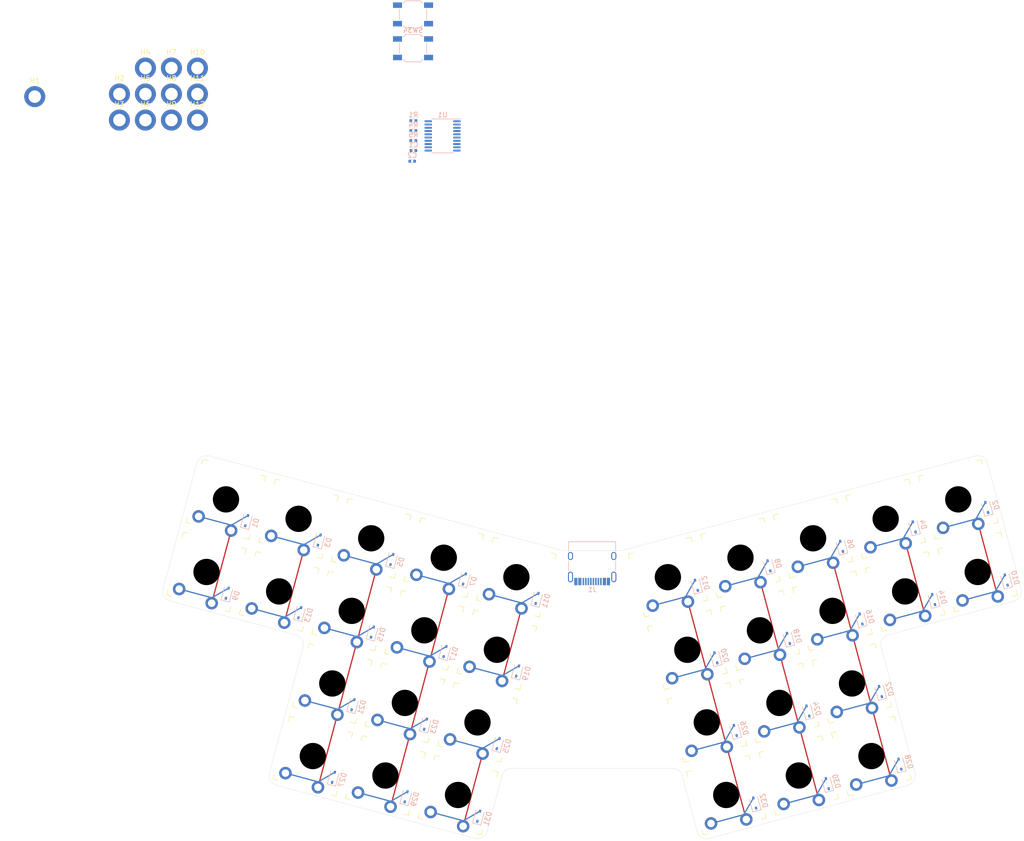
<source format=kicad_pcb>
(kicad_pcb (version 20221018) (generator pcbnew)
  (layers (0 "F.Cu" signal) (31 "B.Cu" signal) (34 "B.Paste" user) (35 "F.Paste" user) (36 "B.SilkS" user "B.Silkscreen") (37 "F.SilkS" user "F.Silkscreen") (38 "B.Mask" user) (39 "F.Mask" user) (44 "Edge.Cuts" user))
  (net 0 "")
  (net 1 "VBUS")
  (net 2 "GND")
  (net 3 "+3.3V")
  (net 4 "row1")
  (net 5 "Net-(D1-A)")
  (net 6 "Net-(D2-A)")
  (net 7 "Net-(D3-A)")
  (net 8 "Net-(D4-A)")
  (net 9 "Net-(D5-A)")
  (net 10 "Net-(D6-A)")
  (net 11 "Net-(D7-A)")
  (net 12 "Net-(D8-A)")
  (net 13 "row2")
  (net 14 "Net-(D9-A)")
  (net 15 "Net-(D10-A)")
  (net 16 "Net-(D11-A)")
  (net 17 "Net-(D12-A)")
  (net 18 "Net-(D13-A)")
  (net 19 "Net-(D14-A)")
  (net 20 "Net-(D15-A)")
  (net 21 "Net-(D16-A)")
  (net 22 "Net-(D17-A)")
  (net 23 "Net-(D18-A)")
  (net 24 "Net-(D19-A)")
  (net 25 "Net-(D20-A)")
  (net 26 "row3")
  (net 27 "Net-(D21-A)")
  (net 28 "Net-(D22-A)")
  (net 29 "Net-(D23-A)")
  (net 30 "Net-(D24-A)")
  (net 31 "Net-(D25-A)")
  (net 32 "Net-(D26-A)")
  (net 33 "row4")
  (net 34 "Net-(D27-A)")
  (net 35 "Net-(D28-A)")
  (net 36 "Net-(D29-A)")
  (net 37 "Net-(D30-A)")
  (net 38 "Net-(D31-A)")
  (net 39 "Net-(D32-A)")
  (net 40 "CC1")
  (net 41 "UDP")
  (net 42 "UDM")
  (net 44 "CC2")
  (net 46 "BOOT")
  (net 47 "col1")
  (net 48 "col10")
  (net 49 "col2")
  (net 50 "col9")
  (net 51 "col3")
  (net 52 "col8")
  (net 53 "col4")
  (net 54 "col7")
  (net 55 "col5")
  (net 56 "col6")
  (net 57 "RST")
  (footprint "userlib:SMTSO-M1.6" (layer "F.Cu") (at 66.37 -29.5)
    (fp_text reference "H11")
    (fp_text value "MountingHole_Pad")
  )
  (footprint "userlib:SW_Gateron_LowProfile_THT" (layer "F.Cu") (at 93.282815 88.1316 -15)
    (fp_text reference "SW21" hide)
    (fp_text value "SW_Push" hide)
  )
  (footprint "userlib:SMTSO-M1.6" (layer "F.Cu") (at 55.99 -34.69)
    (fp_text reference "H4")
    (fp_text value "MountingHole_Pad")
  )
  (footprint "userlib:SW_Gateron_LowProfile_THT" (layer "F.Cu") (at 68.187326 65.878141 -15)
    (fp_text reference "SW9" hide)
    (fp_text value "SW_Push" hide)
  )
  (footprint "userlib:SW_Gateron_LowProfile_THT" (layer "F.Cu") (at 200.885221 102.620487 15)
    (fp_text reference "SW28" hide)
    (fp_text value "SW_Push" hide)
  )
  (footprint "userlib:SW_Gateron_LowProfile_THT" (layer "F.Cu") (at 168.025161 95.896171 15)
    (fp_text reference "SW26" hide)
    (fp_text value "SW_Push" hide)
  )
  (footprint "userlib:SMTSO-M1.6" (layer "F.Cu") (at 61.18 -24.31)
    (fp_text reference "H9")
    (fp_text value "MountingHole_Pad")
  )
  (footprint "userlib:SMTSO-M1.6" (layer "F.Cu") (at 61.18 -29.5)
    (fp_text reference "H8")
    (fp_text value "MountingHole_Pad")
  )
  (footprint "userlib:SW_Gateron_LowProfile_THT" (layer "F.Cu") (at 182.514048 92.013885 15)
    (fp_text reference "SW24" hide)
    (fp_text value "SW_Push" hide)
  )
  (footprint "userlib:SW_Gateron_LowProfile_THT" (layer "F.Cu") (at 89.400529 102.620487 -15)
    (fp_text reference "SW27" hide)
    (fp_text value "SW_Push" hide)
  )
  (footprint "userlib:SW_Gateron_LowProfile_THT" (layer "F.Cu") (at 222.098425 65.878141 15)
    (fp_text reference "SW10" hide)
    (fp_text value "SW_Push" hide)
  )
  (footprint "userlib:SW_Gateron_LowProfile_THT" (layer "F.Cu") (at 101.047386 59.153825 -15)
    (fp_text reference "SW5" hide)
    (fp_text value "SW_Push" hide)
  )
  (footprint "userlib:SW_Gateron_LowProfile_THT" (layer "F.Cu") (at 171.907446 110.385058 15)
    (fp_text reference "SW32" hide)
    (fp_text value "SW_Push" hide)
  )
  (footprint "userlib:SMTSO-M1.6" (layer "F.Cu") (at 50.8 -24.31)
    (fp_text reference "H3")
    (fp_text value "MountingHole_Pad")
  )
  (footprint "userlib:SW_Gateron_LowProfile_THT" (layer "F.Cu") (at 122.260589 95.896171 -15)
    (fp_text reference "SW25" hide)
    (fp_text value "SW_Push" hide)
  )
  (footprint "userlib:SMTSO-M1.6" (layer "F.Cu") (at 66.37 -34.69)
    (fp_text reference "H10")
    (fp_text value "MountingHole_Pad")
  )
  (footprint "userlib:SW_Gateron_LowProfile_THT" (layer "F.Cu") (at 126.142875 81.407284 -15)
    (fp_text reference "SW19" hide)
    (fp_text value "SW_Push" hide)
  )
  (footprint "userlib:SW_Gateron_LowProfile_THT" (layer "F.Cu") (at 82.676213 69.760427 -15)
    (fp_text reference "SW13" hide)
    (fp_text value "SW_Push" hide)
  )
  (footprint "userlib:SW_Gateron_LowProfile_THT" (layer "F.Cu") (at 193.12065 73.642712 15)
    (fp_text reference "SW16" hide)
    (fp_text value "SW_Push" hide)
  )
  (footprint "userlib:SW_Gateron_LowProfile_THT" (layer "F.Cu") (at 86.558499 55.271539 -15)
    (fp_text reference "SW3" hide)
    (fp_text value "SW_Push" hide)
  )
  (footprint "userlib:SW_Gateron_LowProfile_THT" (layer "F.Cu") (at 107.771702 92.013885 -15)
    (fp_text reference "SW23" hide)
    (fp_text value "SW_Push" hide)
  )
  (footprint "userlib:SMTSO-M1.6" (layer "F.Cu") (at 50.8 -29.5)
    (fp_text reference "H2")
    (fp_text value "MountingHole_Pad")
  )
  (footprint "userlib:SMTSO-M1.6" (layer "F.Cu") (at 33.9 -28.99)
    (fp_text reference "H1")
    (fp_text value "MountingHole_Pad")
  )
  (footprint "userlib:SW_Gateron_LowProfile_THT" (layer "F.Cu") (at 189.238364 59.153825 15)
    (fp_text reference "SW6" hide)
    (fp_text value "SW_Push" hide)
  )
  (footprint "userlib:SW_Gateron_LowProfile_THT" (layer "F.Cu") (at 118.378304 110.385058 -15)
    (fp_text reference "SW31" hide)
    (fp_text value "SW_Push" hide)
  )
  (footprint "userlib:SW_Gateron_LowProfile_THT" (layer "F.Cu") (at 115.536273 63.036111 -15)
    (fp_text reference "SW7" hide)
    (fp_text value "SW_Push" hide)
  )
  (footprint "userlib:SMTSO-M1.6" (layer "F.Cu") (at 55.99 -24.31)
    (fp_text reference "H6")
    (fp_text value "MountingHole_Pad")
  )
  (footprint "userlib:SW_Gateron_LowProfile_THT" (layer "F.Cu") (at 130.025161 66.918396 -15)
    (fp_text reference "SW11" hide)
    (fp_text value "SW_Push" hide)
  )
  (footprint "userlib:SW_Gateron_LowProfile_THT" (layer "F.Cu") (at 97.1651 73.642712 -15)
    (fp_text reference "SW15" hide)
    (fp_text value "SW_Push" hide)
  )
  (footprint "userlib:SMTSO-M1.6" (layer "F.Cu") (at 55.99 -29.5)
    (fp_text reference "H5")
    (fp_text value "MountingHole_Pad")
  )
  (footprint "userlib:SMTSO-M1.6" (layer "F.Cu") (at 66.37 -24.31)
    (fp_text reference "H12")
    (fp_text value "MountingHole_Pad")
  )
  (footprint "userlib:SW_Gateron_LowProfile_THT" (layer "F.Cu") (at 160.260589 66.918396 15)
    (fp_text reference "SW12" hide)
    (fp_text value "SW_Push" hide)
  )
  (footprint "userlib:SMTSO-M1.6" (layer "F.Cu") (at 61.18 -34.69)
    (fp_text reference "H7")
    (fp_text value "MountingHole_Pad")
  )
  (footprint "userlib:SW_Gateron_LowProfile_THT" (layer "F.Cu") (at 197.002935 88.1316 15)
    (fp_text reference "SW22" hide)
    (fp_text value "SW_Push" hide)
  )
  (footprint "userlib:SW_Gateron_LowProfile_THT" (layer "F.Cu") (at 164.142875 81.407284 15)
    (fp_text reference "SW20" hide)
    (fp_text value "SW_Push" hide)
  )
  (footprint "userlib:SW_Gateron_LowProfile_THT" (layer "F.Cu") (at 207.609537 69.760427 15)
    (fp_text reference "SW14" hide)
    (fp_text value "SW_Push" hide)
  )
  (footprint "userlib:SW_Gateron_LowProfile_THT" (layer "F.Cu") (at 186.396334 106.502773 15)
    (fp_text reference "SW30" hide)
    (fp_text value "SW_Push" hide)
  )
  (footprint "userlib:SW_Gateron_LowProfile_THT" (layer "F.Cu") (at 72.069611 51.389254 -15)
    (fp_text reference "SW1" hide)
    (fp_text value "SW_Push" hide)
  )
  (footprint "userlib:SW_Gateron_LowProfile_THT" (layer "F.Cu") (at 178.631762 77.524998 15)
    (fp_text reference "SW18" hide)
    (fp_text value "SW_Push" hide)
  )
  (footprint "userlib:SW_Gateron_LowProfile_THT" (layer "F.Cu") (at 203.727252 55.271539 15)
    (fp_text reference "SW4" hide)
    (fp_text value "SW_Push" hide)
  )
  (footprint "userlib:SW_Gateron_LowProfile_THT" (layer "F.Cu") (at 218.216139 51.389254 15)
    (fp_text reference "SW2" hide)
    (fp_text value "SW_Push" hide)
  )
  (footprint "userlib:SW_Gateron_LowProfile_THT" (layer "F.Cu") (at 111.653988 77.524998 -15)
    (fp_text reference "SW17" hide)
    (fp_text value "SW_Push" hide)
  )
  (footprint "userlib:SW_Gateron_LowProfile_THT" (layer "F.Cu") (at 103.889416 106.502773 -15)
    (fp_text reference "SW29" hide)
    (fp_text value "SW_Push" hide)
  )
  (footprint "userlib:SW_Gateron_LowProfile_THT" (layer "F.Cu") (at 174.749477 63.036111 15)
    (fp_text reference "SW8" hide)
    (fp_text value "SW_Push" hide)
  )
  (footprint "Diode_SMD:D_SOD-323" (layer "B.Cu") (at 184.322886 79.136952 105)
    (fp_text reference "D18")
    (fp_text value "D_Small")
  )
  (footprint "Capacitor_SMD:C_0402_1005Metric" (layer "B.Cu") (at 109.23 -16.1 180)
    (fp_text reference "C2")
    (fp_text value "100nF")
  )
  (footprint "Diode_SMD:D_SOD-323" (layer "B.Cu") (at 198.811774 75.254666 105)
    (fp_text reference "D16")
    (fp_text value "D_Small")
  )
  (footprint "Diode_SMD:D_SOD-323" (layer "B.Cu") (at 134.147842 71.159952 75)
    (fp_text reference "D11")
    (fp_text value "D_Small")
  )
  (footprint "Diode_SMD:D_SOD-323" (layer "B.Cu") (at 209.418376 56.883493 105)
    (fp_text reference "D4")
    (fp_text value "D_Small")
  )
  (footprint "Connector_USB:USB_C_Receptacle_HRO_TYPE-C-31-M-12" (layer "B.Cu") (at 145.143 63.74)
    (fp_text reference "J1")
    (fp_text value "USB_C_Receptacle_USB2.0")
  )
  (footprint "Button_Switch_SMD:SW_SPST_SKQG_WithStem" (layer "B.Cu") (at 109.4 -45.4 180)
    (fp_text reference "SW33" hide)
    (fp_text value "BOOT")
  )
  (footprint "Package_SO:TSSOP-20_4.4x6.5mm_P0.65mm" (layer "B.Cu") (at 115.29 -21.15 180)
    (fp_text reference "U1")
    (fp_text value "CH552T")
  )
  (footprint "Diode_SMD:D_SOD-323" (layer "B.Cu") (at 93.52321 106.862043 75)
    (fp_text reference "D27")
    (fp_text value "D_Small")
  )
  (footprint "Diode_SMD:D_SOD-323" (layer "B.Cu") (at 115.776669 81.766554 75)
    (fp_text reference "D17")
    (fp_text value "D_Small")
  )
  (footprint "Diode_SMD:D_SOD-323" (layer "B.Cu") (at 72.310007 70.119697 75)
    (fp_text reference "D9")
    (fp_text value "D_Small")
  )
  (footprint "Diode_SMD:D_SOD-323" (layer "B.Cu") (at 173.716285 97.508125 105)
    (fp_text reference "D26")
    (fp_text value "D_Small")
  )
  (footprint "Button_Switch_SMD:SW_SPST_SKQG_WithStem" (layer "B.Cu") (at 109.4 -38.65 180)
    (fp_text reference "SW34")
    (fp_text value "RESET")
  )
  (footprint "Resistor_SMD:R_0402_1005Metric" (layer "B.Cu") (at 109.46 -22.19 180)
    (fp_text reference "R4")
    (fp_text value "5.1k")
  )
  (footprint "Diode_SMD:D_SOD-323" (layer "B.Cu") (at 122.500985 114.626614 75)
    (fp_text reference "D31")
    (fp_text value "D_Small")
  )
  (footprint "Diode_SMD:D_SOD-323" (layer "B.Cu") (at 194.929488 60.765779 105)
    (fp_text reference "D6")
    (fp_text value "D_Small")
  )
  (footprint "Diode_SMD:D_SOD-323" (layer "B.Cu") (at 165.951713 68.53035 105)
    (fp_text reference "D12")
    (fp_text value "D_Small")
  )
  (footprint "Diode_SMD:D_SOD-323" (layer "B.Cu") (at 177.59857 111.997012 105)
    (fp_text reference "D32")
    (fp_text value "D_Small")
  )
  (footprint "Resistor_SMD:R_0402_1005Metric" (layer "B.Cu") (at 109.46 -20.2 180)
    (fp_text reference "R5")
    (fp_text value "5.1k")
  )
  (footprint "Diode_SMD:D_SOD-323" (layer "B.Cu") (at 202.694059 89.743554 105)
    (fp_text reference "D22")
    (fp_text value "D_Small")
  )
  (footprint "Resistor_SMD:R_0402_1005Metric" (layer "B.Cu") (at 109.46 -24.18 180)
    (fp_text reference "R1")
    (fp_text value "10k")
  )
  (footprint "Diode_SMD:D_SOD-323" (layer "B.Cu") (at 86.798894 74.001983 75)
    (fp_text reference "D13")
    (fp_text value "D_Small")
  )
  (footprint "Diode_SMD:D_SOD-323" (layer "B.Cu") (at 119.658954 67.277667 75)
    (fp_text reference "D7")
    (fp_text value "D_Small")
  )
  (footprint "Diode_SMD:D_SOD-323" (layer "B.Cu") (at 227.789549 67.490095 105)
    (fp_text reference "D10")
    (fp_text value "D_Small")
  )
  (footprint "Diode_SMD:D_SOD-323" (layer "B.Cu") (at 206.576345 104.232441 105)
    (fp_text reference "D28")
    (fp_text value "D_Small")
  )
  (footprint "Diode_SMD:D_SOD-323" (layer "B.Cu") (at 105.170067 63.395381 75)
    (fp_text reference "D5")
    (fp_text value "D_Small")
  )
  (footprint "Diode_SMD:D_SOD-323" (layer "B.Cu") (at 90.68118 59.513095 75)
    (fp_text reference "D3")
    (fp_text value "D_Small")
  )
  (footprint "Diode_SMD:D_SOD-323" (layer "B.Cu") (at 111.894383 96.255441 75)
    (fp_text reference "D23")
    (fp_text value "D_Small")
  )
  (footprint "Diode_SMD:D_SOD-323" (layer "B.Cu") (at 223.907263 53.001208 105)
    (fp_text reference "D2")
    (fp_text value "D_Small")
  )
  (footprint "Diode_SMD:D_SOD-323" (layer "B.Cu") (at 97.405496 92.373156 75)
    (fp_text reference "D21")
    (fp_text value "D_Small")
  )
  (footprint "Diode_SMD:D_SOD-323" (layer "B.Cu") (at 126.38327 100.137727 75)
    (fp_text reference "D25")
    (fp_text value "D_Small")
  )
  (footprint "Diode_SMD:D_SOD-323" (layer "B.Cu") (at 213.300661 71.372381 105)
    (fp_text reference "D14")
    (fp_text value "D_Small")
  )
  (footprint "Diode_SMD:D_SOD-323" (layer "B.Cu") (at 108.012097 110.744329 75)
    (fp_text reference "D29")
    (fp_text value "D_Small")
  )
  (footprint "Diode_SMD:D_SOD-323" (layer "B.Cu") (at 180.440601 64.648065 105)
    (fp_text reference "D8")
    (fp_text value "D_Small")
  )
  (footprint "Diode_SMD:D_SOD-323" (layer "B.Cu") (at 169.833999 83.019238 105)
    (fp_text reference "D20")
    (fp_text value "D_Small")
  )
  (footprint "Diode_SMD:D_SOD-323" (layer "B.Cu") (at 101.287781 77.884268 75)
    (fp_text reference "D15")
    (fp_text value "D_Small")
  )
  (footprint "Diode_SMD:D_SOD-323" (layer "B.Cu") (at 130.265556 85.64884 75)
    (fp_text reference "D19")
    (fp_text value "D_Small")
  )
  (footprint "Diode_SMD:D_SOD-323" (layer "B.Cu") (at 192.087458 108.114727 105)
    (fp_text reference "D30")
    (fp_text value "D_Small")
  )
  (footprint "Diode_SMD:D_SOD-323" (layer "B.Cu") (at 188.205172 93.625839 105)
    (fp_text reference "D24")
    (fp_text value "D_Small")
  )
  (footprint "Capacitor_SMD:C_0402_1005Metric" (layer "B.Cu") (at 109.48 -18.22 180)
    (fp_text reference "C1")
    (fp_text value "100nF")
  )
  (footprint "Diode_SMD:D_SOD-323" (layer "B.Cu") (at 76.192292 55.63081 75)
    (fp_text reference "D1")
    (fp_text value "D_Small")
  )
  (gr_arc (start 161.187233 105.07372) (mid 162.404763 105.487003) (end 163.119084 106.556082) (stroke (width 0.05)) (layer "Edge.Cuts"))
  (gr_line (start 208.138983 108.433388) (end 168.536024 119.044969) (stroke (width 0.05)) (layer "Edge.Cuts"))
  (gr_line (start 224.037105 44.127481) (end 230.7664 69.241552) (stroke (width 0.05)) (layer "Edge.Cuts"))
  (gr_line (start 68.698189 42.713267) (end 138.956441 61.538909) (stroke (width 0.05)) (layer "Edge.Cuts"))
  (gr_arc (start 202.823901 80.869827) (mid 203.023707 79.352192) (end 204.238115 78.420337) (stroke (width 0.05)) (layer "Edge.Cuts"))
  (gr_arc (start 151.329363 61.538909) (mid 151.072777 61.589947) (end 150.811725 61.607058) (stroke (width 0.05)) (layer "Edge.Cuts"))
  (gr_arc (start 230.7664 69.241552) (mid 230.566605 70.759193) (end 229.352186 71.691042) (stroke (width 0.05)) (layer "Edge.Cuts"))
  (gr_line (start 139.474079 61.607058) (end 150.811725 61.607058) (stroke (width 0.05)) (layer "Edge.Cuts"))
  (gr_line (start 59.519404 69.241552) (end 66.248699 44.127481) (stroke (width 0.05)) (layer "Edge.Cuts"))
  (gr_arc (start 168.536024 119.044969) (mid 167.018391 118.84516) (end 166.086534 117.630755) (stroke (width 0.05)) (layer "Edge.Cuts"))
  (gr_line (start 121.74978 119.044969) (end 82.146821 108.433388) (stroke (width 0.05)) (layer "Edge.Cuts"))
  (gr_line (start 166.086534 117.630755) (end 163.119084 106.556082) (stroke (width 0.05)) (layer "Edge.Cuts"))
  (gr_line (start 86.047689 78.420337) (end 60.933618 71.691042) (stroke (width 0.05)) (layer "Edge.Cuts"))
  (gr_arc (start 221.587615 42.713267) (mid 223.10526 42.913056) (end 224.037105 44.127481) (stroke (width 0.05)) (layer "Edge.Cuts"))
  (gr_line (start 202.823901 80.869827) (end 209.553196 105.983899) (stroke (width 0.05)) (layer "Edge.Cuts"))
  (gr_arc (start 60.933618 71.691042) (mid 59.719205 70.759191) (end 59.519404 69.241552) (stroke (width 0.05)) (layer "Edge.Cuts"))
  (gr_line (start 229.352186 71.691042) (end 204.238115 78.420337) (stroke (width 0.05)) (layer "Edge.Cuts"))
  (gr_arc (start 127.16672 106.556082) (mid 127.881045 105.487009) (end 129.098571 105.07372) (stroke (width 0.05)) (layer "Edge.Cuts"))
  (gr_line (start 80.732607 105.983899) (end 87.461903 80.869827) (stroke (width 0.05)) (layer "Edge.Cuts"))
  (gr_arc (start 82.146821 108.433388) (mid 80.932409 107.501537) (end 80.732607 105.983899) (stroke (width 0.05)) (layer "Edge.Cuts"))
  (gr_arc (start 124.19927 117.630755) (mid 123.267411 118.845155) (end 121.74978 119.044969) (stroke (width 0.05)) (layer "Edge.Cuts"))
  (gr_arc (start 139.474079 61.607058) (mid 139.213027 61.589947) (end 138.956441 61.538909) (stroke (width 0.05)) (layer "Edge.Cuts"))
  (gr_arc (start 66.248699 44.127481) (mid 67.18055 42.913068) (end 68.698189 42.713267) (stroke (width 0.05)) (layer "Edge.Cuts"))
  (gr_line (start 151.329363 61.538909) (end 221.587615 42.713267) (stroke (width 0.05)) (layer "Edge.Cuts"))
  (gr_line (start 127.16672 106.556082) (end 124.19927 117.630755) (stroke (width 0.05)) (layer "Edge.Cuts"))
  (gr_line (start 161.187233 105.07372) (end 129.098571 105.07372) (stroke (width 0.05)) (layer "Edge.Cuts"))
  (gr_arc (start 86.047689 78.420337) (mid 87.262109 79.352184) (end 87.461902 80.869827) (stroke (width 0.05)) (layer "Edge.Cuts"))
  (gr_arc (start 209.553196 105.983899) (mid 209.353408 107.501544) (end 208.138983 108.433388) (stroke (width 0.05)) (layer "Edge.Cuts"))
  (segment (start 102.070583 65.380827) (end 102.070584 65.380828) (width 0.25) (layer "F.Cu") (net 0))
  (segment (start 112.677185 83.752) (end 112.677186 83.752001) (width 0.25) (layer "F.Cu") (net 0))
  (segment (start 201.002552 93.012744) (end 204.884837 107.50163) (width 0.25) (layer "F.Cu") (net 0))
  (segment (start 98.188298 79.869714) (end 98.188298 79.869715) (width 0.25) (layer "F.Cu") (net 0))
  (segment (start 123.283786 102.123174) (end 123.283787 102.123174) (width 0.25) (layer "F.Cu") (net 0))
  (segment (start 197.120265 78.523855) (end 197.120267 78.523856) (width 0.25) (layer "F.Cu") (net 0))
  (segment (start 83.699411 75.98743) (end 87.581696 61.498541) (width 0.25) (layer "F.Cu") (net 0))
  (segment (start 104.912614 112.729776) (end 108.794899 98.240887) (width 0.25) (layer "F.Cu") (net 0))
  (segment (start 226.098041 70.759284) (end 226.098042 70.759285) (width 0.25) (layer "F.Cu") (net 0))
  (segment (start 175.907062 115.2662) (end 175.907063 115.266202) (width 0.25) (layer "F.Cu") (net 0))
  (segment (start 178.749094 67.917255) (end 182.631378 82.40614) (width 0.25) (layer "F.Cu") (net 0))
  (segment (start 108.794899 98.240887) (end 108.7949 98.240888) (width 0.25) (layer "F.Cu") (net 0))
  (segment (start 207.726869 60.152683) (end 211.609153 74.641569) (width 0.25) (layer "F.Cu") (net 0))
  (segment (start 182.631379 82.406142) (end 186.513663 96.895028) (width 0.25) (layer "F.Cu") (net 0))
  (segment (start 73.092808 57.616256) (end 73.092809 57.616257) (width 0.25) (layer "F.Cu") (net 0))
  (segment (start 211.609153 74.641569) (end 211.609154 74.641571) (width 0.25) (layer "F.Cu") (net 0))
  (segment (start 94.306013 94.358603) (end 98.188298 79.869714) (width 0.25) (layer "F.Cu") (net 0))
  (segment (start 112.677186 83.752001) (end 116.55947 69.263113) (width 0.25) (layer "F.Cu") (net 0))
  (segment (start 222.215756 56.270398) (end 226.098041 70.759284) (width 0.25) (layer "F.Cu") (net 0))
  (segment (start 204.884837 107.50163) (end 204.884838 107.501631) (width 0.25) (layer "F.Cu") (net 0))
  (segment (start 108.7949 98.240888) (end 112.677185 83.752) (width 0.25) (layer "F.Cu") (net 0))
  (segment (start 119.401502 116.612061) (end 123.283786 102.123174) (width 0.25) (layer "F.Cu") (net 0))
  (segment (start 186.513663 96.895028) (end 186.513665 96.895029) (width 0.25) (layer "F.Cu") (net 0))
  (segment (start 186.513665 96.895029) (end 190.39595 111.383916) (width 0.25) (layer "F.Cu") (net 0))
  (segment (start 193.237981 64.034969) (end 197.120265 78.523855) (width 0.25) (layer "F.Cu") (net 0))
  (segment (start 172.024778 100.777315) (end 175.907062 115.2662) (width 0.25) (layer "F.Cu") (net 0))
  (segment (start 69.210524 72.105144) (end 73.092808 57.616256) (width 0.25) (layer "F.Cu") (net 0))
  (segment (start 168.14249 86.288427) (end 168.142492 86.288428) (width 0.25) (layer "F.Cu") (net 0))
  (segment (start 172.024776 100.777313) (end 172.024778 100.777315) (width 0.25) (layer "F.Cu") (net 0))
  (segment (start 131.048358 73.145398) (end 131.048359 73.145399) (width 0.25) (layer "F.Cu") (net 0))
  (segment (start 94.306012 94.358601) (end 94.306013 94.358603) (width 0.25) (layer "F.Cu") (net 0))
  (segment (start 98.188298 79.869715) (end 102.070583 65.380827) (width 0.25) (layer "F.Cu") (net 0))
  (segment (start 127.166073 87.634287) (end 131.048358 73.145398) (width 0.25) (layer "F.Cu") (net 0))
  (segment (start 90.423727 108.84749) (end 94.306012 94.358601) (width 0.25) (layer "F.Cu") (net 0))
  (segment (start 87.581696 61.498541) (end 87.581697 61.498542) (width 0.25) (layer "F.Cu") (net 0))
  (segment (start 182.631378 82.40614) (end 182.631379 82.406142) (width 0.25) (layer "F.Cu") (net 0))
  (segment (start 190.39595 111.383916) (end 190.395951 111.383917) (width 0.25) (layer "F.Cu") (net 0))
  (segment (start 116.55947 69.263113) (end 116.559471 69.263114) (width 0.25) (layer "F.Cu") (net 0))
  (segment (start 168.142492 86.288428) (end 172.024776 100.777313) (width 0.25) (layer "F.Cu") (net 0))
  (segment (start 197.120267 78.523856) (end 201.002552 93.012742) (width 0.25) (layer "F.Cu") (net 0))
  (segment (start 164.260206 71.79954) (end 168.14249 86.288427) (width 0.25) (layer "F.Cu") (net 0))
  (segment (start 201.002552 93.012742) (end 201.002552 93.012744) (width 0.25) (layer "F.Cu") (net 0))
  (segment (start 83.739347 74.91109) (end 87.070654 72.987761) (width 0.25) (layer "B.Cu") (net 0))
  (segment (start 91.698577 77.04376) (end 98.228234 78.793375) (width 0.25) (layer "B.Cu") (net 0))
  (segment (start 102.305179 95.414933) (end 108.834836 97.164548) (width 0.25) (layer "B.Cu") (net 0))
  (segment (start 190.087026 79.321367) (end 196.616683 77.571749) (width 0.25) (layer "B.Cu") (net 0))
  (segment (start 215.182515 57.067909) (end 221.712171 55.318292) (width 0.25) (layer "B.Cu") (net 0))
  (segment (start 175.403478 114.314096) (end 177.32681 110.98279) (width 0.25) (layer "B.Cu") (net 0))
  (segment (start 98.228234 78.793375) (end 101.559541 76.870046) (width 0.25) (layer "B.Cu") (net 0))
  (segment (start 211.105568 73.689465) (end 213.028901 70.358159) (width 0.25) (layer "B.Cu") (net 0))
  (segment (start 73.132745 56.539917) (end 76.464052 54.616588) (width 0.25) (layer "B.Cu") (net 0))
  (segment (start 175.598138 83.203653) (end 182.127794 81.454036) (width 0.25) (layer "B.Cu") (net 0))
  (segment (start 207.223284 59.200577) (end 209.146616 55.869271) (width 0.25) (layer "B.Cu") (net 0))
  (segment (start 108.834836 97.164548) (end 112.166143 95.241219) (width 0.25) (layer "B.Cu") (net 0))
  (segment (start 90.463662 107.771151) (end 93.79497 105.847821) (width 0.25) (layer "B.Cu") (net 0))
  (segment (start 197.851597 108.299142) (end 204.381252 106.549525) (width 0.25) (layer "B.Cu") (net 0))
  (segment (start 200.693628 60.950194) (end 207.223284 59.200577) (width 0.25) (layer "B.Cu") (net 0))
  (segment (start 62.720803 69.279189) (end 69.250459 71.028805) (width 0.25) (layer "B.Cu") (net 0))
  (segment (start 192.734395 63.082863) (end 194.657728 59.751557) (width 0.25) (layer "B.Cu") (net 0))
  (segment (start 106.187465 80.926046) (end 112.717121 82.675661) (width 0.25) (layer "B.Cu") (net 0))
  (segment (start 110.06975 66.437159) (end 116.599407 68.186774) (width 0.25) (layer "B.Cu") (net 0))
  (segment (start 171.521193 99.825209) (end 173.444525 96.493903) (width 0.25) (layer "B.Cu") (net 0))
  (segment (start 104.95255 111.653437) (end 108.283857 109.730107) (width 0.25) (layer "B.Cu") (net 0))
  (segment (start 182.127794 81.454036) (end 184.051126 78.12273) (width 0.25) (layer "B.Cu") (net 0))
  (segment (start 200.498967 92.060638) (end 202.422299 88.729332) (width 0.25) (layer "B.Cu") (net 0))
  (segment (start 123.323723 101.046835) (end 126.65503 99.123505) (width 0.25) (layer "B.Cu") (net 0))
  (segment (start 168.873822 116.063713) (end 175.403478 114.314096) (width 0.25) (layer "B.Cu") (net 0))
  (segment (start 98.422893 109.903821) (end 104.95255 111.653437) (width 0.25) (layer "B.Cu") (net 0))
  (segment (start 112.911781 113.786106) (end 119.441438 115.535721) (width 0.25) (layer "B.Cu") (net 0))
  (segment (start 102.11052 64.304489) (end 105.441827 62.381159) (width 0.25) (layer "B.Cu") (net 0))
  (segment (start 116.599407 68.186774) (end 119.930714 66.263445) (width 0.25) (layer "B.Cu") (net 0))
  (segment (start 124.558638 70.319444) (end 131.088295 72.069059) (width 0.25) (layer "B.Cu") (net 0))
  (segment (start 171.715853 68.714766) (end 178.24551 66.965148) (width 0.25) (layer "B.Cu") (net 0))
  (segment (start 69.250459 71.028805) (end 72.581767 69.105475) (width 0.25) (layer "B.Cu") (net 0))
  (segment (start 120.676352 84.808332) (end 127.206009 86.557947) (width 0.25) (layer "B.Cu") (net 0))
  (segment (start 225.594457 69.807179) (end 227.517789 66.475873) (width 0.25) (layer "B.Cu") (net 0))
  (segment (start 87.621633 60.422202) (end 90.95294 58.498873) (width 0.25) (layer "B.Cu") (net 0))
  (segment (start 163.756621 70.847433) (end 165.679953 67.516128) (width 0.25) (layer "B.Cu") (net 0))
  (segment (start 186.01008 95.942923) (end 187.933412 92.611617) (width 0.25) (layer "B.Cu") (net 0))
  (segment (start 77.20969 73.161475) (end 83.739347 74.91109) (width 0.25) (layer "B.Cu") (net 0))
  (segment (start 219.064801 71.556796) (end 225.594457 69.807179) (width 0.25) (layer "B.Cu") (net 0))
  (segment (start 204.381252 106.549525) (end 206.304585 103.218219) (width 0.25) (layer "B.Cu") (net 0))
  (segment (start 196.616683 77.571749) (end 198.540014 74.240444) (width 0.25) (layer "B.Cu") (net 0))
  (segment (start 193.969311 93.810255) (end 200.498967 92.060638) (width 0.25) (layer "B.Cu") (net 0))
  (segment (start 66.603088 54.790302) (end 73.132745 56.539917) (width 0.25) (layer "B.Cu") (net 0))
  (segment (start 95.580863 62.554873) (end 102.11052 64.304489) (width 0.25) (layer "B.Cu") (net 0))
  (segment (start 221.712171 55.318292) (end 223.635503 51.986986) (width 0.25) (layer "B.Cu") (net 0))
  (segment (start 178.24551 66.965148) (end 180.168841 63.633843) (width 0.25) (layer "B.Cu") (net 0))
  (segment (start 189.892366 110.431811) (end 191.815698 107.100505) (width 0.25) (layer "B.Cu") (net 0))
  (segment (start 83.934006 106.021535) (end 90.463662 107.771151) (width 0.25) (layer "B.Cu") (net 0))
  (segment (start 164.991537 101.574826) (end 171.521193 99.825209) (width 0.25) (layer "B.Cu") (net 0))
  (segment (start 204.575913 75.439082) (end 211.105568 73.689465) (width 0.25) (layer "B.Cu") (net 0))
  (segment (start 127.206009 86.557947) (end 130.537316 84.634618) (width 0.25) (layer "B.Cu") (net 0))
  (segment (start 94.345949 93.282264) (end 97.677256 91.358934) (width 0.25) (layer "B.Cu") (net 0))
  (segment (start 179.480424 97.69254) (end 186.01008 95.942923) (width 0.25) (layer "B.Cu") (net 0))
  (segment (start 161.109251 87.085939) (end 167.638907 85.336322) (width 0.25) (layer "B.Cu") (net 0))
  (segment (start 119.441438 115.535721) (end 122.772745 113.612392) (width 0.25) (layer "B.Cu") (net 0))
  (segment (start 116.794066 99.297219) (end 123.323723 101.046835) (width 0.25) (layer "B.Cu") (net 0))
  (segment (start 186.20474 64.83248) (end 192.734395 63.082863) (width 0.25) (layer "B.Cu") (net 0))
  (segment (start 157.226965 72.597051) (end 163.756621 70.847433) (width 0.25) (layer "B.Cu") (net 0))
  (segment (start 112.717121 82.675661) (end 116.048429 80.752332) (width 0.25) (layer "B.Cu") (net 0))
  (segment (start 87.816292 91.532648) (end 94.345949 93.282264) (width 0.25) (layer "B.Cu") (net 0))
  (segment (start 183.36271 112.181428) (end 189.892366 110.431811) (width 0.25) (layer "B.Cu") (net 0))
  (segment (start 81.091976 58.672587) (end 87.621633 60.422202) (width 0.25) (layer "B.Cu") (net 0))
  (segment (start 131.088295 72.069059) (end 134.419602 70.14573) (width 0.25) (layer "B.Cu") (net 0))
  (segment (start 167.638907 85.336322) (end 169.562239 82.005016) (width 0.25) (layer "B.Cu") (net 0))
)
</source>
